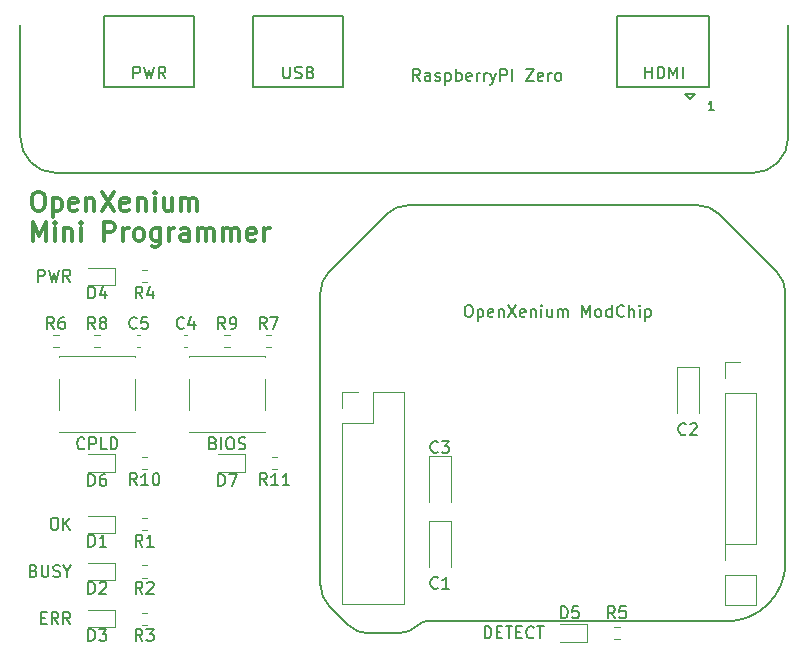
<source format=gto>
%TF.GenerationSoftware,KiCad,Pcbnew,(6.0.2)*%
%TF.CreationDate,2022-07-07T21:57:38-07:00*%
%TF.ProjectId,RaspberryPIZero-small,52617370-6265-4727-9279-50495a65726f,rev?*%
%TF.SameCoordinates,Original*%
%TF.FileFunction,Legend,Top*%
%TF.FilePolarity,Positive*%
%FSLAX46Y46*%
G04 Gerber Fmt 4.6, Leading zero omitted, Abs format (unit mm)*
G04 Created by KiCad (PCBNEW (6.0.2)) date 2022-07-07 21:57:38*
%MOMM*%
%LPD*%
G01*
G04 APERTURE LIST*
%ADD10C,0.200000*%
%ADD11C,0.150000*%
%ADD12C,0.300000*%
%ADD13C,0.120000*%
G04 APERTURE END LIST*
D10*
X81302302Y-58000000D02*
X104697698Y-58000000D01*
X78015439Y-94246000D02*
X80409283Y-94246000D01*
X79506248Y-58743950D02*
X74644148Y-63606050D01*
X107664148Y-58743950D02*
X112526248Y-63606050D01*
D11*
X63200000Y-48000000D02*
X55600000Y-48000000D01*
X55600000Y-48000000D02*
X55600000Y-42000000D01*
X55600000Y-42000000D02*
X63200000Y-42000000D01*
X63200000Y-42000000D02*
X63200000Y-48000000D01*
D10*
X73900198Y-90141028D02*
G75*
G03*
X74650031Y-91942943I2539324J-280D01*
G01*
X80409283Y-94246000D02*
G75*
G03*
X82184417Y-93522728I-814J2541998D01*
G01*
X83028030Y-93179815D02*
X108261902Y-93221690D01*
D11*
X105200000Y-49000000D02*
X104800000Y-48600000D01*
D10*
X107664148Y-58743949D02*
G75*
G03*
X105868095Y-58000000I-1796052J-1796053D01*
G01*
X113270198Y-65402103D02*
X113270198Y-69747500D01*
X104697698Y-58000000D02*
X105868095Y-58000000D01*
D11*
X106800000Y-48000000D02*
X99000000Y-48000000D01*
X99000000Y-48000000D02*
X99000000Y-42000000D01*
X99000000Y-42000000D02*
X106800000Y-42000000D01*
X106800000Y-42000000D02*
X106800000Y-48000000D01*
D10*
X81302302Y-58000000D02*
G75*
G03*
X79506248Y-58743950I-1J-2540002D01*
G01*
X74650030Y-91942943D02*
X76225270Y-93507915D01*
D11*
X105600000Y-48600000D02*
X105200000Y-49000000D01*
D10*
X74644148Y-63606050D02*
G75*
G03*
X73900199Y-65402103I1796053J-1796052D01*
G01*
D11*
X75800000Y-48000000D02*
X68200000Y-48000000D01*
X68200000Y-48000000D02*
X68200000Y-42000000D01*
X68200000Y-42000000D02*
X75800000Y-42000000D01*
X75800000Y-42000000D02*
X75800000Y-48000000D01*
D10*
X113270198Y-88221696D02*
X113270198Y-72922500D01*
X108261902Y-93221690D02*
G75*
G03*
X113270199Y-88221696I8511J4999779D01*
G01*
X113270197Y-65402103D02*
G75*
G03*
X112526248Y-63606050I-2540002J1D01*
G01*
D11*
X104800000Y-48600000D02*
X105600000Y-48600000D01*
D10*
X76225270Y-93507915D02*
G75*
G03*
X78015440Y-94246001I1790448J1802589D01*
G01*
X83028030Y-93179814D02*
G75*
G03*
X82184417Y-93522728I-1663J-1205064D01*
G01*
X73900198Y-65402103D02*
X73900198Y-90141028D01*
X113270198Y-72922500D02*
X113270198Y-69747500D01*
D11*
X101404761Y-47252380D02*
X101404761Y-46252380D01*
X101404761Y-46728571D02*
X101976190Y-46728571D01*
X101976190Y-47252380D02*
X101976190Y-46252380D01*
X102452380Y-47252380D02*
X102452380Y-46252380D01*
X102690476Y-46252380D01*
X102833333Y-46300000D01*
X102928571Y-46395238D01*
X102976190Y-46490476D01*
X103023809Y-46680952D01*
X103023809Y-46823809D01*
X102976190Y-47014285D01*
X102928571Y-47109523D01*
X102833333Y-47204761D01*
X102690476Y-47252380D01*
X102452380Y-47252380D01*
X103452380Y-47252380D02*
X103452380Y-46252380D01*
X103785714Y-46966666D01*
X104119047Y-46252380D01*
X104119047Y-47252380D01*
X104595238Y-47252380D02*
X104595238Y-46252380D01*
X49616785Y-88928571D02*
X49759642Y-88976190D01*
X49807261Y-89023809D01*
X49854880Y-89119047D01*
X49854880Y-89261904D01*
X49807261Y-89357142D01*
X49759642Y-89404761D01*
X49664404Y-89452380D01*
X49283452Y-89452380D01*
X49283452Y-88452380D01*
X49616785Y-88452380D01*
X49712023Y-88500000D01*
X49759642Y-88547619D01*
X49807261Y-88642857D01*
X49807261Y-88738095D01*
X49759642Y-88833333D01*
X49712023Y-88880952D01*
X49616785Y-88928571D01*
X49283452Y-88928571D01*
X50283452Y-88452380D02*
X50283452Y-89261904D01*
X50331071Y-89357142D01*
X50378690Y-89404761D01*
X50473928Y-89452380D01*
X50664404Y-89452380D01*
X50759642Y-89404761D01*
X50807261Y-89357142D01*
X50854880Y-89261904D01*
X50854880Y-88452380D01*
X51283452Y-89404761D02*
X51426309Y-89452380D01*
X51664404Y-89452380D01*
X51759642Y-89404761D01*
X51807261Y-89357142D01*
X51854880Y-89261904D01*
X51854880Y-89166666D01*
X51807261Y-89071428D01*
X51759642Y-89023809D01*
X51664404Y-88976190D01*
X51473928Y-88928571D01*
X51378690Y-88880952D01*
X51331071Y-88833333D01*
X51283452Y-88738095D01*
X51283452Y-88642857D01*
X51331071Y-88547619D01*
X51378690Y-88500000D01*
X51473928Y-88452380D01*
X51712023Y-88452380D01*
X51854880Y-88500000D01*
X52473928Y-88976190D02*
X52473928Y-89452380D01*
X52140595Y-88452380D02*
X52473928Y-88976190D01*
X52807261Y-88452380D01*
X82333333Y-47452380D02*
X82000000Y-46976190D01*
X81761904Y-47452380D02*
X81761904Y-46452380D01*
X82142857Y-46452380D01*
X82238095Y-46500000D01*
X82285714Y-46547619D01*
X82333333Y-46642857D01*
X82333333Y-46785714D01*
X82285714Y-46880952D01*
X82238095Y-46928571D01*
X82142857Y-46976190D01*
X81761904Y-46976190D01*
X83190476Y-47452380D02*
X83190476Y-46928571D01*
X83142857Y-46833333D01*
X83047619Y-46785714D01*
X82857142Y-46785714D01*
X82761904Y-46833333D01*
X83190476Y-47404761D02*
X83095238Y-47452380D01*
X82857142Y-47452380D01*
X82761904Y-47404761D01*
X82714285Y-47309523D01*
X82714285Y-47214285D01*
X82761904Y-47119047D01*
X82857142Y-47071428D01*
X83095238Y-47071428D01*
X83190476Y-47023809D01*
X83619047Y-47404761D02*
X83714285Y-47452380D01*
X83904761Y-47452380D01*
X84000000Y-47404761D01*
X84047619Y-47309523D01*
X84047619Y-47261904D01*
X84000000Y-47166666D01*
X83904761Y-47119047D01*
X83761904Y-47119047D01*
X83666666Y-47071428D01*
X83619047Y-46976190D01*
X83619047Y-46928571D01*
X83666666Y-46833333D01*
X83761904Y-46785714D01*
X83904761Y-46785714D01*
X84000000Y-46833333D01*
X84476190Y-46785714D02*
X84476190Y-47785714D01*
X84476190Y-46833333D02*
X84571428Y-46785714D01*
X84761904Y-46785714D01*
X84857142Y-46833333D01*
X84904761Y-46880952D01*
X84952380Y-46976190D01*
X84952380Y-47261904D01*
X84904761Y-47357142D01*
X84857142Y-47404761D01*
X84761904Y-47452380D01*
X84571428Y-47452380D01*
X84476190Y-47404761D01*
X85380952Y-47452380D02*
X85380952Y-46452380D01*
X85380952Y-46833333D02*
X85476190Y-46785714D01*
X85666666Y-46785714D01*
X85761904Y-46833333D01*
X85809523Y-46880952D01*
X85857142Y-46976190D01*
X85857142Y-47261904D01*
X85809523Y-47357142D01*
X85761904Y-47404761D01*
X85666666Y-47452380D01*
X85476190Y-47452380D01*
X85380952Y-47404761D01*
X86666666Y-47404761D02*
X86571428Y-47452380D01*
X86380952Y-47452380D01*
X86285714Y-47404761D01*
X86238095Y-47309523D01*
X86238095Y-46928571D01*
X86285714Y-46833333D01*
X86380952Y-46785714D01*
X86571428Y-46785714D01*
X86666666Y-46833333D01*
X86714285Y-46928571D01*
X86714285Y-47023809D01*
X86238095Y-47119047D01*
X87142857Y-47452380D02*
X87142857Y-46785714D01*
X87142857Y-46976190D02*
X87190476Y-46880952D01*
X87238095Y-46833333D01*
X87333333Y-46785714D01*
X87428571Y-46785714D01*
X87761904Y-47452380D02*
X87761904Y-46785714D01*
X87761904Y-46976190D02*
X87809523Y-46880952D01*
X87857142Y-46833333D01*
X87952380Y-46785714D01*
X88047619Y-46785714D01*
X88285714Y-46785714D02*
X88523809Y-47452380D01*
X88761904Y-46785714D02*
X88523809Y-47452380D01*
X88428571Y-47690476D01*
X88380952Y-47738095D01*
X88285714Y-47785714D01*
X89142857Y-47452380D02*
X89142857Y-46452380D01*
X89523809Y-46452380D01*
X89619047Y-46500000D01*
X89666666Y-46547619D01*
X89714285Y-46642857D01*
X89714285Y-46785714D01*
X89666666Y-46880952D01*
X89619047Y-46928571D01*
X89523809Y-46976190D01*
X89142857Y-46976190D01*
X90142857Y-47452380D02*
X90142857Y-46452380D01*
X91285714Y-46452380D02*
X91952380Y-46452380D01*
X91285714Y-47452380D01*
X91952380Y-47452380D01*
X92714285Y-47404761D02*
X92619047Y-47452380D01*
X92428571Y-47452380D01*
X92333333Y-47404761D01*
X92285714Y-47309523D01*
X92285714Y-46928571D01*
X92333333Y-46833333D01*
X92428571Y-46785714D01*
X92619047Y-46785714D01*
X92714285Y-46833333D01*
X92761904Y-46928571D01*
X92761904Y-47023809D01*
X92285714Y-47119047D01*
X93190476Y-47452380D02*
X93190476Y-46785714D01*
X93190476Y-46976190D02*
X93238095Y-46880952D01*
X93285714Y-46833333D01*
X93380952Y-46785714D01*
X93476190Y-46785714D01*
X93952380Y-47452380D02*
X93857142Y-47404761D01*
X93809523Y-47357142D01*
X93761904Y-47261904D01*
X93761904Y-46976190D01*
X93809523Y-46880952D01*
X93857142Y-46833333D01*
X93952380Y-46785714D01*
X94095238Y-46785714D01*
X94190476Y-46833333D01*
X94238095Y-46880952D01*
X94285714Y-46976190D01*
X94285714Y-47261904D01*
X94238095Y-47357142D01*
X94190476Y-47404761D01*
X94095238Y-47452380D01*
X93952380Y-47452380D01*
D12*
X49880714Y-56835809D02*
X50185476Y-56835809D01*
X50337857Y-56912000D01*
X50490238Y-57064380D01*
X50566428Y-57369142D01*
X50566428Y-57902476D01*
X50490238Y-58207238D01*
X50337857Y-58359619D01*
X50185476Y-58435809D01*
X49880714Y-58435809D01*
X49728333Y-58359619D01*
X49575952Y-58207238D01*
X49499761Y-57902476D01*
X49499761Y-57369142D01*
X49575952Y-57064380D01*
X49728333Y-56912000D01*
X49880714Y-56835809D01*
X51252142Y-57369142D02*
X51252142Y-58969142D01*
X51252142Y-57445333D02*
X51404523Y-57369142D01*
X51709285Y-57369142D01*
X51861666Y-57445333D01*
X51937857Y-57521523D01*
X52014047Y-57673904D01*
X52014047Y-58131047D01*
X51937857Y-58283428D01*
X51861666Y-58359619D01*
X51709285Y-58435809D01*
X51404523Y-58435809D01*
X51252142Y-58359619D01*
X53309285Y-58359619D02*
X53156904Y-58435809D01*
X52852142Y-58435809D01*
X52699761Y-58359619D01*
X52623571Y-58207238D01*
X52623571Y-57597714D01*
X52699761Y-57445333D01*
X52852142Y-57369142D01*
X53156904Y-57369142D01*
X53309285Y-57445333D01*
X53385476Y-57597714D01*
X53385476Y-57750095D01*
X52623571Y-57902476D01*
X54071190Y-57369142D02*
X54071190Y-58435809D01*
X54071190Y-57521523D02*
X54147380Y-57445333D01*
X54299761Y-57369142D01*
X54528333Y-57369142D01*
X54680714Y-57445333D01*
X54756904Y-57597714D01*
X54756904Y-58435809D01*
X55366428Y-56835809D02*
X56433095Y-58435809D01*
X56433095Y-56835809D02*
X55366428Y-58435809D01*
X57652142Y-58359619D02*
X57499761Y-58435809D01*
X57195000Y-58435809D01*
X57042619Y-58359619D01*
X56966428Y-58207238D01*
X56966428Y-57597714D01*
X57042619Y-57445333D01*
X57195000Y-57369142D01*
X57499761Y-57369142D01*
X57652142Y-57445333D01*
X57728333Y-57597714D01*
X57728333Y-57750095D01*
X56966428Y-57902476D01*
X58414047Y-57369142D02*
X58414047Y-58435809D01*
X58414047Y-57521523D02*
X58490238Y-57445333D01*
X58642619Y-57369142D01*
X58871190Y-57369142D01*
X59023571Y-57445333D01*
X59099761Y-57597714D01*
X59099761Y-58435809D01*
X59861666Y-58435809D02*
X59861666Y-57369142D01*
X59861666Y-56835809D02*
X59785476Y-56912000D01*
X59861666Y-56988190D01*
X59937857Y-56912000D01*
X59861666Y-56835809D01*
X59861666Y-56988190D01*
X61309285Y-57369142D02*
X61309285Y-58435809D01*
X60623571Y-57369142D02*
X60623571Y-58207238D01*
X60699761Y-58359619D01*
X60852142Y-58435809D01*
X61080714Y-58435809D01*
X61233095Y-58359619D01*
X61309285Y-58283428D01*
X62071190Y-58435809D02*
X62071190Y-57369142D01*
X62071190Y-57521523D02*
X62147380Y-57445333D01*
X62299761Y-57369142D01*
X62528333Y-57369142D01*
X62680714Y-57445333D01*
X62756904Y-57597714D01*
X62756904Y-58435809D01*
X62756904Y-57597714D02*
X62833095Y-57445333D01*
X62985476Y-57369142D01*
X63214047Y-57369142D01*
X63366428Y-57445333D01*
X63442619Y-57597714D01*
X63442619Y-58435809D01*
X49575952Y-61011809D02*
X49575952Y-59411809D01*
X50109285Y-60554666D01*
X50642619Y-59411809D01*
X50642619Y-61011809D01*
X51404523Y-61011809D02*
X51404523Y-59945142D01*
X51404523Y-59411809D02*
X51328333Y-59488000D01*
X51404523Y-59564190D01*
X51480714Y-59488000D01*
X51404523Y-59411809D01*
X51404523Y-59564190D01*
X52166428Y-59945142D02*
X52166428Y-61011809D01*
X52166428Y-60097523D02*
X52242619Y-60021333D01*
X52395000Y-59945142D01*
X52623571Y-59945142D01*
X52775952Y-60021333D01*
X52852142Y-60173714D01*
X52852142Y-61011809D01*
X53614047Y-61011809D02*
X53614047Y-59945142D01*
X53614047Y-59411809D02*
X53537857Y-59488000D01*
X53614047Y-59564190D01*
X53690238Y-59488000D01*
X53614047Y-59411809D01*
X53614047Y-59564190D01*
X55595000Y-61011809D02*
X55595000Y-59411809D01*
X56204523Y-59411809D01*
X56356904Y-59488000D01*
X56433095Y-59564190D01*
X56509285Y-59716571D01*
X56509285Y-59945142D01*
X56433095Y-60097523D01*
X56356904Y-60173714D01*
X56204523Y-60249904D01*
X55595000Y-60249904D01*
X57195000Y-61011809D02*
X57195000Y-59945142D01*
X57195000Y-60249904D02*
X57271190Y-60097523D01*
X57347380Y-60021333D01*
X57499761Y-59945142D01*
X57652142Y-59945142D01*
X58414047Y-61011809D02*
X58261666Y-60935619D01*
X58185476Y-60859428D01*
X58109285Y-60707047D01*
X58109285Y-60249904D01*
X58185476Y-60097523D01*
X58261666Y-60021333D01*
X58414047Y-59945142D01*
X58642619Y-59945142D01*
X58795000Y-60021333D01*
X58871190Y-60097523D01*
X58947380Y-60249904D01*
X58947380Y-60707047D01*
X58871190Y-60859428D01*
X58795000Y-60935619D01*
X58642619Y-61011809D01*
X58414047Y-61011809D01*
X60318809Y-59945142D02*
X60318809Y-61240380D01*
X60242619Y-61392761D01*
X60166428Y-61468952D01*
X60014047Y-61545142D01*
X59785476Y-61545142D01*
X59633095Y-61468952D01*
X60318809Y-60935619D02*
X60166428Y-61011809D01*
X59861666Y-61011809D01*
X59709285Y-60935619D01*
X59633095Y-60859428D01*
X59556904Y-60707047D01*
X59556904Y-60249904D01*
X59633095Y-60097523D01*
X59709285Y-60021333D01*
X59861666Y-59945142D01*
X60166428Y-59945142D01*
X60318809Y-60021333D01*
X61080714Y-61011809D02*
X61080714Y-59945142D01*
X61080714Y-60249904D02*
X61156904Y-60097523D01*
X61233095Y-60021333D01*
X61385476Y-59945142D01*
X61537857Y-59945142D01*
X62756904Y-61011809D02*
X62756904Y-60173714D01*
X62680714Y-60021333D01*
X62528333Y-59945142D01*
X62223571Y-59945142D01*
X62071190Y-60021333D01*
X62756904Y-60935619D02*
X62604523Y-61011809D01*
X62223571Y-61011809D01*
X62071190Y-60935619D01*
X61995000Y-60783238D01*
X61995000Y-60630857D01*
X62071190Y-60478476D01*
X62223571Y-60402285D01*
X62604523Y-60402285D01*
X62756904Y-60326095D01*
X63518809Y-61011809D02*
X63518809Y-59945142D01*
X63518809Y-60097523D02*
X63595000Y-60021333D01*
X63747380Y-59945142D01*
X63975952Y-59945142D01*
X64128333Y-60021333D01*
X64204523Y-60173714D01*
X64204523Y-61011809D01*
X64204523Y-60173714D02*
X64280714Y-60021333D01*
X64433095Y-59945142D01*
X64661666Y-59945142D01*
X64814047Y-60021333D01*
X64890238Y-60173714D01*
X64890238Y-61011809D01*
X65652142Y-61011809D02*
X65652142Y-59945142D01*
X65652142Y-60097523D02*
X65728333Y-60021333D01*
X65880714Y-59945142D01*
X66109285Y-59945142D01*
X66261666Y-60021333D01*
X66337857Y-60173714D01*
X66337857Y-61011809D01*
X66337857Y-60173714D02*
X66414047Y-60021333D01*
X66566428Y-59945142D01*
X66795000Y-59945142D01*
X66947380Y-60021333D01*
X67023571Y-60173714D01*
X67023571Y-61011809D01*
X68395000Y-60935619D02*
X68242619Y-61011809D01*
X67937857Y-61011809D01*
X67785476Y-60935619D01*
X67709285Y-60783238D01*
X67709285Y-60173714D01*
X67785476Y-60021333D01*
X67937857Y-59945142D01*
X68242619Y-59945142D01*
X68395000Y-60021333D01*
X68471190Y-60173714D01*
X68471190Y-60326095D01*
X67709285Y-60478476D01*
X69156904Y-61011809D02*
X69156904Y-59945142D01*
X69156904Y-60249904D02*
X69233095Y-60097523D01*
X69309285Y-60021333D01*
X69461666Y-59945142D01*
X69614047Y-59945142D01*
D11*
X58066666Y-47252380D02*
X58066666Y-46252380D01*
X58447619Y-46252380D01*
X58542857Y-46300000D01*
X58590476Y-46347619D01*
X58638095Y-46442857D01*
X58638095Y-46585714D01*
X58590476Y-46680952D01*
X58542857Y-46728571D01*
X58447619Y-46776190D01*
X58066666Y-46776190D01*
X58971428Y-46252380D02*
X59209523Y-47252380D01*
X59400000Y-46538095D01*
X59590476Y-47252380D01*
X59828571Y-46252380D01*
X60780952Y-47252380D02*
X60447619Y-46776190D01*
X60209523Y-47252380D02*
X60209523Y-46252380D01*
X60590476Y-46252380D01*
X60685714Y-46300000D01*
X60733333Y-46347619D01*
X60780952Y-46442857D01*
X60780952Y-46585714D01*
X60733333Y-46680952D01*
X60685714Y-46728571D01*
X60590476Y-46776190D01*
X60209523Y-46776190D01*
X49997738Y-64452380D02*
X49997738Y-63452380D01*
X50378690Y-63452380D01*
X50473928Y-63500000D01*
X50521547Y-63547619D01*
X50569166Y-63642857D01*
X50569166Y-63785714D01*
X50521547Y-63880952D01*
X50473928Y-63928571D01*
X50378690Y-63976190D01*
X49997738Y-63976190D01*
X50902500Y-63452380D02*
X51140595Y-64452380D01*
X51331071Y-63738095D01*
X51521547Y-64452380D01*
X51759642Y-63452380D01*
X52712023Y-64452380D02*
X52378690Y-63976190D01*
X52140595Y-64452380D02*
X52140595Y-63452380D01*
X52521547Y-63452380D01*
X52616785Y-63500000D01*
X52664404Y-63547619D01*
X52712023Y-63642857D01*
X52712023Y-63785714D01*
X52664404Y-63880952D01*
X52616785Y-63928571D01*
X52521547Y-63976190D01*
X52140595Y-63976190D01*
X70738095Y-46252380D02*
X70738095Y-47061904D01*
X70785714Y-47157142D01*
X70833333Y-47204761D01*
X70928571Y-47252380D01*
X71119047Y-47252380D01*
X71214285Y-47204761D01*
X71261904Y-47157142D01*
X71309523Y-47061904D01*
X71309523Y-46252380D01*
X71738095Y-47204761D02*
X71880952Y-47252380D01*
X72119047Y-47252380D01*
X72214285Y-47204761D01*
X72261904Y-47157142D01*
X72309523Y-47061904D01*
X72309523Y-46966666D01*
X72261904Y-46871428D01*
X72214285Y-46823809D01*
X72119047Y-46776190D01*
X71928571Y-46728571D01*
X71833333Y-46680952D01*
X71785714Y-46633333D01*
X71738095Y-46538095D01*
X71738095Y-46442857D01*
X71785714Y-46347619D01*
X71833333Y-46300000D01*
X71928571Y-46252380D01*
X72166666Y-46252380D01*
X72309523Y-46300000D01*
X73071428Y-46728571D02*
X73214285Y-46776190D01*
X73261904Y-46823809D01*
X73309523Y-46919047D01*
X73309523Y-47061904D01*
X73261904Y-47157142D01*
X73214285Y-47204761D01*
X73119047Y-47252380D01*
X72738095Y-47252380D01*
X72738095Y-46252380D01*
X73071428Y-46252380D01*
X73166666Y-46300000D01*
X73214285Y-46347619D01*
X73261904Y-46442857D01*
X73261904Y-46538095D01*
X73214285Y-46633333D01*
X73166666Y-46680952D01*
X73071428Y-46728571D01*
X72738095Y-46728571D01*
X51283452Y-84452380D02*
X51473928Y-84452380D01*
X51569166Y-84500000D01*
X51664404Y-84595238D01*
X51712023Y-84785714D01*
X51712023Y-85119047D01*
X51664404Y-85309523D01*
X51569166Y-85404761D01*
X51473928Y-85452380D01*
X51283452Y-85452380D01*
X51188214Y-85404761D01*
X51092976Y-85309523D01*
X51045357Y-85119047D01*
X51045357Y-84785714D01*
X51092976Y-84595238D01*
X51188214Y-84500000D01*
X51283452Y-84452380D01*
X52140595Y-85452380D02*
X52140595Y-84452380D01*
X52712023Y-85452380D02*
X52283452Y-84880952D01*
X52712023Y-84452380D02*
X52140595Y-85023809D01*
X50235833Y-92928571D02*
X50569166Y-92928571D01*
X50712023Y-93452380D02*
X50235833Y-93452380D01*
X50235833Y-92452380D01*
X50712023Y-92452380D01*
X51712023Y-93452380D02*
X51378690Y-92976190D01*
X51140595Y-93452380D02*
X51140595Y-92452380D01*
X51521547Y-92452380D01*
X51616785Y-92500000D01*
X51664404Y-92547619D01*
X51712023Y-92642857D01*
X51712023Y-92785714D01*
X51664404Y-92880952D01*
X51616785Y-92928571D01*
X51521547Y-92976190D01*
X51140595Y-92976190D01*
X52712023Y-93452380D02*
X52378690Y-92976190D01*
X52140595Y-93452380D02*
X52140595Y-92452380D01*
X52521547Y-92452380D01*
X52616785Y-92500000D01*
X52664404Y-92547619D01*
X52712023Y-92642857D01*
X52712023Y-92785714D01*
X52664404Y-92880952D01*
X52616785Y-92928571D01*
X52521547Y-92976190D01*
X52140595Y-92976190D01*
X86357142Y-66452380D02*
X86547619Y-66452380D01*
X86642857Y-66500000D01*
X86738095Y-66595238D01*
X86785714Y-66785714D01*
X86785714Y-67119047D01*
X86738095Y-67309523D01*
X86642857Y-67404761D01*
X86547619Y-67452380D01*
X86357142Y-67452380D01*
X86261904Y-67404761D01*
X86166666Y-67309523D01*
X86119047Y-67119047D01*
X86119047Y-66785714D01*
X86166666Y-66595238D01*
X86261904Y-66500000D01*
X86357142Y-66452380D01*
X87214285Y-66785714D02*
X87214285Y-67785714D01*
X87214285Y-66833333D02*
X87309523Y-66785714D01*
X87500000Y-66785714D01*
X87595238Y-66833333D01*
X87642857Y-66880952D01*
X87690476Y-66976190D01*
X87690476Y-67261904D01*
X87642857Y-67357142D01*
X87595238Y-67404761D01*
X87500000Y-67452380D01*
X87309523Y-67452380D01*
X87214285Y-67404761D01*
X88500000Y-67404761D02*
X88404761Y-67452380D01*
X88214285Y-67452380D01*
X88119047Y-67404761D01*
X88071428Y-67309523D01*
X88071428Y-66928571D01*
X88119047Y-66833333D01*
X88214285Y-66785714D01*
X88404761Y-66785714D01*
X88500000Y-66833333D01*
X88547619Y-66928571D01*
X88547619Y-67023809D01*
X88071428Y-67119047D01*
X88976190Y-66785714D02*
X88976190Y-67452380D01*
X88976190Y-66880952D02*
X89023809Y-66833333D01*
X89119047Y-66785714D01*
X89261904Y-66785714D01*
X89357142Y-66833333D01*
X89404761Y-66928571D01*
X89404761Y-67452380D01*
X89785714Y-66452380D02*
X90452380Y-67452380D01*
X90452380Y-66452380D02*
X89785714Y-67452380D01*
X91214285Y-67404761D02*
X91119047Y-67452380D01*
X90928571Y-67452380D01*
X90833333Y-67404761D01*
X90785714Y-67309523D01*
X90785714Y-66928571D01*
X90833333Y-66833333D01*
X90928571Y-66785714D01*
X91119047Y-66785714D01*
X91214285Y-66833333D01*
X91261904Y-66928571D01*
X91261904Y-67023809D01*
X90785714Y-67119047D01*
X91690476Y-66785714D02*
X91690476Y-67452380D01*
X91690476Y-66880952D02*
X91738095Y-66833333D01*
X91833333Y-66785714D01*
X91976190Y-66785714D01*
X92071428Y-66833333D01*
X92119047Y-66928571D01*
X92119047Y-67452380D01*
X92595238Y-67452380D02*
X92595238Y-66785714D01*
X92595238Y-66452380D02*
X92547619Y-66500000D01*
X92595238Y-66547619D01*
X92642857Y-66500000D01*
X92595238Y-66452380D01*
X92595238Y-66547619D01*
X93500000Y-66785714D02*
X93500000Y-67452380D01*
X93071428Y-66785714D02*
X93071428Y-67309523D01*
X93119047Y-67404761D01*
X93214285Y-67452380D01*
X93357142Y-67452380D01*
X93452380Y-67404761D01*
X93500000Y-67357142D01*
X93976190Y-67452380D02*
X93976190Y-66785714D01*
X93976190Y-66880952D02*
X94023809Y-66833333D01*
X94119047Y-66785714D01*
X94261904Y-66785714D01*
X94357142Y-66833333D01*
X94404761Y-66928571D01*
X94404761Y-67452380D01*
X94404761Y-66928571D02*
X94452380Y-66833333D01*
X94547619Y-66785714D01*
X94690476Y-66785714D01*
X94785714Y-66833333D01*
X94833333Y-66928571D01*
X94833333Y-67452380D01*
X96071428Y-67452380D02*
X96071428Y-66452380D01*
X96404761Y-67166666D01*
X96738095Y-66452380D01*
X96738095Y-67452380D01*
X97357142Y-67452380D02*
X97261904Y-67404761D01*
X97214285Y-67357142D01*
X97166666Y-67261904D01*
X97166666Y-66976190D01*
X97214285Y-66880952D01*
X97261904Y-66833333D01*
X97357142Y-66785714D01*
X97500000Y-66785714D01*
X97595238Y-66833333D01*
X97642857Y-66880952D01*
X97690476Y-66976190D01*
X97690476Y-67261904D01*
X97642857Y-67357142D01*
X97595238Y-67404761D01*
X97500000Y-67452380D01*
X97357142Y-67452380D01*
X98547619Y-67452380D02*
X98547619Y-66452380D01*
X98547619Y-67404761D02*
X98452380Y-67452380D01*
X98261904Y-67452380D01*
X98166666Y-67404761D01*
X98119047Y-67357142D01*
X98071428Y-67261904D01*
X98071428Y-66976190D01*
X98119047Y-66880952D01*
X98166666Y-66833333D01*
X98261904Y-66785714D01*
X98452380Y-66785714D01*
X98547619Y-66833333D01*
X99595238Y-67357142D02*
X99547619Y-67404761D01*
X99404761Y-67452380D01*
X99309523Y-67452380D01*
X99166666Y-67404761D01*
X99071428Y-67309523D01*
X99023809Y-67214285D01*
X98976190Y-67023809D01*
X98976190Y-66880952D01*
X99023809Y-66690476D01*
X99071428Y-66595238D01*
X99166666Y-66500000D01*
X99309523Y-66452380D01*
X99404761Y-66452380D01*
X99547619Y-66500000D01*
X99595238Y-66547619D01*
X100023809Y-67452380D02*
X100023809Y-66452380D01*
X100452380Y-67452380D02*
X100452380Y-66928571D01*
X100404761Y-66833333D01*
X100309523Y-66785714D01*
X100166666Y-66785714D01*
X100071428Y-66833333D01*
X100023809Y-66880952D01*
X100928571Y-67452380D02*
X100928571Y-66785714D01*
X100928571Y-66452380D02*
X100880952Y-66500000D01*
X100928571Y-66547619D01*
X100976190Y-66500000D01*
X100928571Y-66452380D01*
X100928571Y-66547619D01*
X101404761Y-66785714D02*
X101404761Y-67785714D01*
X101404761Y-66833333D02*
X101500000Y-66785714D01*
X101690476Y-66785714D01*
X101785714Y-66833333D01*
X101833333Y-66880952D01*
X101880952Y-66976190D01*
X101880952Y-67261904D01*
X101833333Y-67357142D01*
X101785714Y-67404761D01*
X101690476Y-67452380D01*
X101500000Y-67452380D01*
X101404761Y-67404761D01*
X87807261Y-94652380D02*
X87807261Y-93652380D01*
X88045357Y-93652380D01*
X88188214Y-93700000D01*
X88283452Y-93795238D01*
X88331071Y-93890476D01*
X88378690Y-94080952D01*
X88378690Y-94223809D01*
X88331071Y-94414285D01*
X88283452Y-94509523D01*
X88188214Y-94604761D01*
X88045357Y-94652380D01*
X87807261Y-94652380D01*
X88807261Y-94128571D02*
X89140595Y-94128571D01*
X89283452Y-94652380D02*
X88807261Y-94652380D01*
X88807261Y-93652380D01*
X89283452Y-93652380D01*
X89569166Y-93652380D02*
X90140595Y-93652380D01*
X89854880Y-94652380D02*
X89854880Y-93652380D01*
X90473928Y-94128571D02*
X90807261Y-94128571D01*
X90950119Y-94652380D02*
X90473928Y-94652380D01*
X90473928Y-93652380D01*
X90950119Y-93652380D01*
X91950119Y-94557142D02*
X91902500Y-94604761D01*
X91759642Y-94652380D01*
X91664404Y-94652380D01*
X91521547Y-94604761D01*
X91426309Y-94509523D01*
X91378690Y-94414285D01*
X91331071Y-94223809D01*
X91331071Y-94080952D01*
X91378690Y-93890476D01*
X91426309Y-93795238D01*
X91521547Y-93700000D01*
X91664404Y-93652380D01*
X91759642Y-93652380D01*
X91902500Y-93700000D01*
X91950119Y-93747619D01*
X92235833Y-93652380D02*
X92807261Y-93652380D01*
X92521547Y-94652380D02*
X92521547Y-93652380D01*
%TO.C,SW2*%
X64833333Y-78128571D02*
X64976190Y-78176190D01*
X65023809Y-78223809D01*
X65071428Y-78319047D01*
X65071428Y-78461904D01*
X65023809Y-78557142D01*
X64976190Y-78604761D01*
X64880952Y-78652380D01*
X64500000Y-78652380D01*
X64500000Y-77652380D01*
X64833333Y-77652380D01*
X64928571Y-77700000D01*
X64976190Y-77747619D01*
X65023809Y-77842857D01*
X65023809Y-77938095D01*
X64976190Y-78033333D01*
X64928571Y-78080952D01*
X64833333Y-78128571D01*
X64500000Y-78128571D01*
X65500000Y-78652380D02*
X65500000Y-77652380D01*
X66166666Y-77652380D02*
X66357142Y-77652380D01*
X66452380Y-77700000D01*
X66547619Y-77795238D01*
X66595238Y-77985714D01*
X66595238Y-78319047D01*
X66547619Y-78509523D01*
X66452380Y-78604761D01*
X66357142Y-78652380D01*
X66166666Y-78652380D01*
X66071428Y-78604761D01*
X65976190Y-78509523D01*
X65928571Y-78319047D01*
X65928571Y-77985714D01*
X65976190Y-77795238D01*
X66071428Y-77700000D01*
X66166666Y-77652380D01*
X66976190Y-78604761D02*
X67119047Y-78652380D01*
X67357142Y-78652380D01*
X67452380Y-78604761D01*
X67500000Y-78557142D01*
X67547619Y-78461904D01*
X67547619Y-78366666D01*
X67500000Y-78271428D01*
X67452380Y-78223809D01*
X67357142Y-78176190D01*
X67166666Y-78128571D01*
X67071428Y-78080952D01*
X67023809Y-78033333D01*
X66976190Y-77938095D01*
X66976190Y-77842857D01*
X67023809Y-77747619D01*
X67071428Y-77700000D01*
X67166666Y-77652380D01*
X67404761Y-77652380D01*
X67547619Y-77700000D01*
%TO.C,D6*%
X54261904Y-81752380D02*
X54261904Y-80752380D01*
X54500000Y-80752380D01*
X54642857Y-80800000D01*
X54738095Y-80895238D01*
X54785714Y-80990476D01*
X54833333Y-81180952D01*
X54833333Y-81323809D01*
X54785714Y-81514285D01*
X54738095Y-81609523D01*
X54642857Y-81704761D01*
X54500000Y-81752380D01*
X54261904Y-81752380D01*
X55690476Y-80752380D02*
X55500000Y-80752380D01*
X55404761Y-80800000D01*
X55357142Y-80847619D01*
X55261904Y-80990476D01*
X55214285Y-81180952D01*
X55214285Y-81561904D01*
X55261904Y-81657142D01*
X55309523Y-81704761D01*
X55404761Y-81752380D01*
X55595238Y-81752380D01*
X55690476Y-81704761D01*
X55738095Y-81657142D01*
X55785714Y-81561904D01*
X55785714Y-81323809D01*
X55738095Y-81228571D01*
X55690476Y-81180952D01*
X55595238Y-81133333D01*
X55404761Y-81133333D01*
X55309523Y-81180952D01*
X55261904Y-81228571D01*
X55214285Y-81323809D01*
%TO.C,SW1*%
X53904761Y-78557142D02*
X53857142Y-78604761D01*
X53714285Y-78652380D01*
X53619047Y-78652380D01*
X53476190Y-78604761D01*
X53380952Y-78509523D01*
X53333333Y-78414285D01*
X53285714Y-78223809D01*
X53285714Y-78080952D01*
X53333333Y-77890476D01*
X53380952Y-77795238D01*
X53476190Y-77700000D01*
X53619047Y-77652380D01*
X53714285Y-77652380D01*
X53857142Y-77700000D01*
X53904761Y-77747619D01*
X54333333Y-78652380D02*
X54333333Y-77652380D01*
X54714285Y-77652380D01*
X54809523Y-77700000D01*
X54857142Y-77747619D01*
X54904761Y-77842857D01*
X54904761Y-77985714D01*
X54857142Y-78080952D01*
X54809523Y-78128571D01*
X54714285Y-78176190D01*
X54333333Y-78176190D01*
X55809523Y-78652380D02*
X55333333Y-78652380D01*
X55333333Y-77652380D01*
X56142857Y-78652380D02*
X56142857Y-77652380D01*
X56380952Y-77652380D01*
X56523809Y-77700000D01*
X56619047Y-77795238D01*
X56666666Y-77890476D01*
X56714285Y-78080952D01*
X56714285Y-78223809D01*
X56666666Y-78414285D01*
X56619047Y-78509523D01*
X56523809Y-78604761D01*
X56380952Y-78652380D01*
X56142857Y-78652380D01*
%TO.C,D7*%
X65261904Y-81752380D02*
X65261904Y-80752380D01*
X65500000Y-80752380D01*
X65642857Y-80800000D01*
X65738095Y-80895238D01*
X65785714Y-80990476D01*
X65833333Y-81180952D01*
X65833333Y-81323809D01*
X65785714Y-81514285D01*
X65738095Y-81609523D01*
X65642857Y-81704761D01*
X65500000Y-81752380D01*
X65261904Y-81752380D01*
X66166666Y-80752380D02*
X66833333Y-80752380D01*
X66404761Y-81752380D01*
%TO.C,C5*%
X58333333Y-68357142D02*
X58285714Y-68404761D01*
X58142857Y-68452380D01*
X58047619Y-68452380D01*
X57904761Y-68404761D01*
X57809523Y-68309523D01*
X57761904Y-68214285D01*
X57714285Y-68023809D01*
X57714285Y-67880952D01*
X57761904Y-67690476D01*
X57809523Y-67595238D01*
X57904761Y-67500000D01*
X58047619Y-67452380D01*
X58142857Y-67452380D01*
X58285714Y-67500000D01*
X58333333Y-67547619D01*
X59238095Y-67452380D02*
X58761904Y-67452380D01*
X58714285Y-67928571D01*
X58761904Y-67880952D01*
X58857142Y-67833333D01*
X59095238Y-67833333D01*
X59190476Y-67880952D01*
X59238095Y-67928571D01*
X59285714Y-68023809D01*
X59285714Y-68261904D01*
X59238095Y-68357142D01*
X59190476Y-68404761D01*
X59095238Y-68452380D01*
X58857142Y-68452380D01*
X58761904Y-68404761D01*
X58714285Y-68357142D01*
%TO.C,D1*%
X54261904Y-86882380D02*
X54261904Y-85882380D01*
X54500000Y-85882380D01*
X54642857Y-85930000D01*
X54738095Y-86025238D01*
X54785714Y-86120476D01*
X54833333Y-86310952D01*
X54833333Y-86453809D01*
X54785714Y-86644285D01*
X54738095Y-86739523D01*
X54642857Y-86834761D01*
X54500000Y-86882380D01*
X54261904Y-86882380D01*
X55785714Y-86882380D02*
X55214285Y-86882380D01*
X55500000Y-86882380D02*
X55500000Y-85882380D01*
X55404761Y-86025238D01*
X55309523Y-86120476D01*
X55214285Y-86168095D01*
%TO.C,RPI_ZERO1*%
X107228571Y-49961904D02*
X106771428Y-49961904D01*
X107000000Y-49961904D02*
X107000000Y-49161904D01*
X106923809Y-49276190D01*
X106847619Y-49352380D01*
X106771428Y-49390476D01*
%TO.C,R2*%
X58833333Y-90882380D02*
X58500000Y-90406190D01*
X58261904Y-90882380D02*
X58261904Y-89882380D01*
X58642857Y-89882380D01*
X58738095Y-89930000D01*
X58785714Y-89977619D01*
X58833333Y-90072857D01*
X58833333Y-90215714D01*
X58785714Y-90310952D01*
X58738095Y-90358571D01*
X58642857Y-90406190D01*
X58261904Y-90406190D01*
X59214285Y-89977619D02*
X59261904Y-89930000D01*
X59357142Y-89882380D01*
X59595238Y-89882380D01*
X59690476Y-89930000D01*
X59738095Y-89977619D01*
X59785714Y-90072857D01*
X59785714Y-90168095D01*
X59738095Y-90310952D01*
X59166666Y-90882380D01*
X59785714Y-90882380D01*
%TO.C,D3*%
X54261904Y-94882380D02*
X54261904Y-93882380D01*
X54500000Y-93882380D01*
X54642857Y-93930000D01*
X54738095Y-94025238D01*
X54785714Y-94120476D01*
X54833333Y-94310952D01*
X54833333Y-94453809D01*
X54785714Y-94644285D01*
X54738095Y-94739523D01*
X54642857Y-94834761D01*
X54500000Y-94882380D01*
X54261904Y-94882380D01*
X55166666Y-93882380D02*
X55785714Y-93882380D01*
X55452380Y-94263333D01*
X55595238Y-94263333D01*
X55690476Y-94310952D01*
X55738095Y-94358571D01*
X55785714Y-94453809D01*
X55785714Y-94691904D01*
X55738095Y-94787142D01*
X55690476Y-94834761D01*
X55595238Y-94882380D01*
X55309523Y-94882380D01*
X55214285Y-94834761D01*
X55166666Y-94787142D01*
%TO.C,C2*%
X104833333Y-77357142D02*
X104785714Y-77404761D01*
X104642857Y-77452380D01*
X104547619Y-77452380D01*
X104404761Y-77404761D01*
X104309523Y-77309523D01*
X104261904Y-77214285D01*
X104214285Y-77023809D01*
X104214285Y-76880952D01*
X104261904Y-76690476D01*
X104309523Y-76595238D01*
X104404761Y-76500000D01*
X104547619Y-76452380D01*
X104642857Y-76452380D01*
X104785714Y-76500000D01*
X104833333Y-76547619D01*
X105214285Y-76547619D02*
X105261904Y-76500000D01*
X105357142Y-76452380D01*
X105595238Y-76452380D01*
X105690476Y-76500000D01*
X105738095Y-76547619D01*
X105785714Y-76642857D01*
X105785714Y-76738095D01*
X105738095Y-76880952D01*
X105166666Y-77452380D01*
X105785714Y-77452380D01*
%TO.C,R11*%
X69357142Y-81682380D02*
X69023809Y-81206190D01*
X68785714Y-81682380D02*
X68785714Y-80682380D01*
X69166666Y-80682380D01*
X69261904Y-80730000D01*
X69309523Y-80777619D01*
X69357142Y-80872857D01*
X69357142Y-81015714D01*
X69309523Y-81110952D01*
X69261904Y-81158571D01*
X69166666Y-81206190D01*
X68785714Y-81206190D01*
X70309523Y-81682380D02*
X69738095Y-81682380D01*
X70023809Y-81682380D02*
X70023809Y-80682380D01*
X69928571Y-80825238D01*
X69833333Y-80920476D01*
X69738095Y-80968095D01*
X71261904Y-81682380D02*
X70690476Y-81682380D01*
X70976190Y-81682380D02*
X70976190Y-80682380D01*
X70880952Y-80825238D01*
X70785714Y-80920476D01*
X70690476Y-80968095D01*
%TO.C,C4*%
X62333333Y-68357142D02*
X62285714Y-68404761D01*
X62142857Y-68452380D01*
X62047619Y-68452380D01*
X61904761Y-68404761D01*
X61809523Y-68309523D01*
X61761904Y-68214285D01*
X61714285Y-68023809D01*
X61714285Y-67880952D01*
X61761904Y-67690476D01*
X61809523Y-67595238D01*
X61904761Y-67500000D01*
X62047619Y-67452380D01*
X62142857Y-67452380D01*
X62285714Y-67500000D01*
X62333333Y-67547619D01*
X63190476Y-67785714D02*
X63190476Y-68452380D01*
X62952380Y-67404761D02*
X62714285Y-68119047D01*
X63333333Y-68119047D01*
%TO.C,C3*%
X83833333Y-78857142D02*
X83785714Y-78904761D01*
X83642857Y-78952380D01*
X83547619Y-78952380D01*
X83404761Y-78904761D01*
X83309523Y-78809523D01*
X83261904Y-78714285D01*
X83214285Y-78523809D01*
X83214285Y-78380952D01*
X83261904Y-78190476D01*
X83309523Y-78095238D01*
X83404761Y-78000000D01*
X83547619Y-77952380D01*
X83642857Y-77952380D01*
X83785714Y-78000000D01*
X83833333Y-78047619D01*
X84166666Y-77952380D02*
X84785714Y-77952380D01*
X84452380Y-78333333D01*
X84595238Y-78333333D01*
X84690476Y-78380952D01*
X84738095Y-78428571D01*
X84785714Y-78523809D01*
X84785714Y-78761904D01*
X84738095Y-78857142D01*
X84690476Y-78904761D01*
X84595238Y-78952380D01*
X84309523Y-78952380D01*
X84214285Y-78904761D01*
X84166666Y-78857142D01*
%TO.C,R5*%
X98833333Y-92952380D02*
X98500000Y-92476190D01*
X98261904Y-92952380D02*
X98261904Y-91952380D01*
X98642857Y-91952380D01*
X98738095Y-92000000D01*
X98785714Y-92047619D01*
X98833333Y-92142857D01*
X98833333Y-92285714D01*
X98785714Y-92380952D01*
X98738095Y-92428571D01*
X98642857Y-92476190D01*
X98261904Y-92476190D01*
X99738095Y-91952380D02*
X99261904Y-91952380D01*
X99214285Y-92428571D01*
X99261904Y-92380952D01*
X99357142Y-92333333D01*
X99595238Y-92333333D01*
X99690476Y-92380952D01*
X99738095Y-92428571D01*
X99785714Y-92523809D01*
X99785714Y-92761904D01*
X99738095Y-92857142D01*
X99690476Y-92904761D01*
X99595238Y-92952380D01*
X99357142Y-92952380D01*
X99261904Y-92904761D01*
X99214285Y-92857142D01*
%TO.C,D5*%
X94261904Y-92952380D02*
X94261904Y-91952380D01*
X94500000Y-91952380D01*
X94642857Y-92000000D01*
X94738095Y-92095238D01*
X94785714Y-92190476D01*
X94833333Y-92380952D01*
X94833333Y-92523809D01*
X94785714Y-92714285D01*
X94738095Y-92809523D01*
X94642857Y-92904761D01*
X94500000Y-92952380D01*
X94261904Y-92952380D01*
X95738095Y-91952380D02*
X95261904Y-91952380D01*
X95214285Y-92428571D01*
X95261904Y-92380952D01*
X95357142Y-92333333D01*
X95595238Y-92333333D01*
X95690476Y-92380952D01*
X95738095Y-92428571D01*
X95785714Y-92523809D01*
X95785714Y-92761904D01*
X95738095Y-92857142D01*
X95690476Y-92904761D01*
X95595238Y-92952380D01*
X95357142Y-92952380D01*
X95261904Y-92904761D01*
X95214285Y-92857142D01*
%TO.C,R4*%
X58833333Y-65882380D02*
X58500000Y-65406190D01*
X58261904Y-65882380D02*
X58261904Y-64882380D01*
X58642857Y-64882380D01*
X58738095Y-64930000D01*
X58785714Y-64977619D01*
X58833333Y-65072857D01*
X58833333Y-65215714D01*
X58785714Y-65310952D01*
X58738095Y-65358571D01*
X58642857Y-65406190D01*
X58261904Y-65406190D01*
X59690476Y-65215714D02*
X59690476Y-65882380D01*
X59452380Y-64834761D02*
X59214285Y-65549047D01*
X59833333Y-65549047D01*
%TO.C,R6*%
X51333333Y-68452380D02*
X51000000Y-67976190D01*
X50761904Y-68452380D02*
X50761904Y-67452380D01*
X51142857Y-67452380D01*
X51238095Y-67500000D01*
X51285714Y-67547619D01*
X51333333Y-67642857D01*
X51333333Y-67785714D01*
X51285714Y-67880952D01*
X51238095Y-67928571D01*
X51142857Y-67976190D01*
X50761904Y-67976190D01*
X52190476Y-67452380D02*
X52000000Y-67452380D01*
X51904761Y-67500000D01*
X51857142Y-67547619D01*
X51761904Y-67690476D01*
X51714285Y-67880952D01*
X51714285Y-68261904D01*
X51761904Y-68357142D01*
X51809523Y-68404761D01*
X51904761Y-68452380D01*
X52095238Y-68452380D01*
X52190476Y-68404761D01*
X52238095Y-68357142D01*
X52285714Y-68261904D01*
X52285714Y-68023809D01*
X52238095Y-67928571D01*
X52190476Y-67880952D01*
X52095238Y-67833333D01*
X51904761Y-67833333D01*
X51809523Y-67880952D01*
X51761904Y-67928571D01*
X51714285Y-68023809D01*
%TO.C,R7*%
X69333333Y-68452380D02*
X69000000Y-67976190D01*
X68761904Y-68452380D02*
X68761904Y-67452380D01*
X69142857Y-67452380D01*
X69238095Y-67500000D01*
X69285714Y-67547619D01*
X69333333Y-67642857D01*
X69333333Y-67785714D01*
X69285714Y-67880952D01*
X69238095Y-67928571D01*
X69142857Y-67976190D01*
X68761904Y-67976190D01*
X69666666Y-67452380D02*
X70333333Y-67452380D01*
X69904761Y-68452380D01*
%TO.C,R3*%
X58833333Y-94882380D02*
X58500000Y-94406190D01*
X58261904Y-94882380D02*
X58261904Y-93882380D01*
X58642857Y-93882380D01*
X58738095Y-93930000D01*
X58785714Y-93977619D01*
X58833333Y-94072857D01*
X58833333Y-94215714D01*
X58785714Y-94310952D01*
X58738095Y-94358571D01*
X58642857Y-94406190D01*
X58261904Y-94406190D01*
X59166666Y-93882380D02*
X59785714Y-93882380D01*
X59452380Y-94263333D01*
X59595238Y-94263333D01*
X59690476Y-94310952D01*
X59738095Y-94358571D01*
X59785714Y-94453809D01*
X59785714Y-94691904D01*
X59738095Y-94787142D01*
X59690476Y-94834761D01*
X59595238Y-94882380D01*
X59309523Y-94882380D01*
X59214285Y-94834761D01*
X59166666Y-94787142D01*
%TO.C,R10*%
X58357142Y-81682380D02*
X58023809Y-81206190D01*
X57785714Y-81682380D02*
X57785714Y-80682380D01*
X58166666Y-80682380D01*
X58261904Y-80730000D01*
X58309523Y-80777619D01*
X58357142Y-80872857D01*
X58357142Y-81015714D01*
X58309523Y-81110952D01*
X58261904Y-81158571D01*
X58166666Y-81206190D01*
X57785714Y-81206190D01*
X59309523Y-81682380D02*
X58738095Y-81682380D01*
X59023809Y-81682380D02*
X59023809Y-80682380D01*
X58928571Y-80825238D01*
X58833333Y-80920476D01*
X58738095Y-80968095D01*
X59928571Y-80682380D02*
X60023809Y-80682380D01*
X60119047Y-80730000D01*
X60166666Y-80777619D01*
X60214285Y-80872857D01*
X60261904Y-81063333D01*
X60261904Y-81301428D01*
X60214285Y-81491904D01*
X60166666Y-81587142D01*
X60119047Y-81634761D01*
X60023809Y-81682380D01*
X59928571Y-81682380D01*
X59833333Y-81634761D01*
X59785714Y-81587142D01*
X59738095Y-81491904D01*
X59690476Y-81301428D01*
X59690476Y-81063333D01*
X59738095Y-80872857D01*
X59785714Y-80777619D01*
X59833333Y-80730000D01*
X59928571Y-80682380D01*
%TO.C,D2*%
X54261904Y-90882380D02*
X54261904Y-89882380D01*
X54500000Y-89882380D01*
X54642857Y-89930000D01*
X54738095Y-90025238D01*
X54785714Y-90120476D01*
X54833333Y-90310952D01*
X54833333Y-90453809D01*
X54785714Y-90644285D01*
X54738095Y-90739523D01*
X54642857Y-90834761D01*
X54500000Y-90882380D01*
X54261904Y-90882380D01*
X55214285Y-89977619D02*
X55261904Y-89930000D01*
X55357142Y-89882380D01*
X55595238Y-89882380D01*
X55690476Y-89930000D01*
X55738095Y-89977619D01*
X55785714Y-90072857D01*
X55785714Y-90168095D01*
X55738095Y-90310952D01*
X55166666Y-90882380D01*
X55785714Y-90882380D01*
%TO.C,R8*%
X54833333Y-68452380D02*
X54500000Y-67976190D01*
X54261904Y-68452380D02*
X54261904Y-67452380D01*
X54642857Y-67452380D01*
X54738095Y-67500000D01*
X54785714Y-67547619D01*
X54833333Y-67642857D01*
X54833333Y-67785714D01*
X54785714Y-67880952D01*
X54738095Y-67928571D01*
X54642857Y-67976190D01*
X54261904Y-67976190D01*
X55404761Y-67880952D02*
X55309523Y-67833333D01*
X55261904Y-67785714D01*
X55214285Y-67690476D01*
X55214285Y-67642857D01*
X55261904Y-67547619D01*
X55309523Y-67500000D01*
X55404761Y-67452380D01*
X55595238Y-67452380D01*
X55690476Y-67500000D01*
X55738095Y-67547619D01*
X55785714Y-67642857D01*
X55785714Y-67690476D01*
X55738095Y-67785714D01*
X55690476Y-67833333D01*
X55595238Y-67880952D01*
X55404761Y-67880952D01*
X55309523Y-67928571D01*
X55261904Y-67976190D01*
X55214285Y-68071428D01*
X55214285Y-68261904D01*
X55261904Y-68357142D01*
X55309523Y-68404761D01*
X55404761Y-68452380D01*
X55595238Y-68452380D01*
X55690476Y-68404761D01*
X55738095Y-68357142D01*
X55785714Y-68261904D01*
X55785714Y-68071428D01*
X55738095Y-67976190D01*
X55690476Y-67928571D01*
X55595238Y-67880952D01*
%TO.C,R9*%
X65833333Y-68452380D02*
X65500000Y-67976190D01*
X65261904Y-68452380D02*
X65261904Y-67452380D01*
X65642857Y-67452380D01*
X65738095Y-67500000D01*
X65785714Y-67547619D01*
X65833333Y-67642857D01*
X65833333Y-67785714D01*
X65785714Y-67880952D01*
X65738095Y-67928571D01*
X65642857Y-67976190D01*
X65261904Y-67976190D01*
X66309523Y-68452380D02*
X66500000Y-68452380D01*
X66595238Y-68404761D01*
X66642857Y-68357142D01*
X66738095Y-68214285D01*
X66785714Y-68023809D01*
X66785714Y-67642857D01*
X66738095Y-67547619D01*
X66690476Y-67500000D01*
X66595238Y-67452380D01*
X66404761Y-67452380D01*
X66309523Y-67500000D01*
X66261904Y-67547619D01*
X66214285Y-67642857D01*
X66214285Y-67880952D01*
X66261904Y-67976190D01*
X66309523Y-68023809D01*
X66404761Y-68071428D01*
X66595238Y-68071428D01*
X66690476Y-68023809D01*
X66738095Y-67976190D01*
X66785714Y-67880952D01*
%TO.C,C1*%
X83833333Y-90357142D02*
X83785714Y-90404761D01*
X83642857Y-90452380D01*
X83547619Y-90452380D01*
X83404761Y-90404761D01*
X83309523Y-90309523D01*
X83261904Y-90214285D01*
X83214285Y-90023809D01*
X83214285Y-89880952D01*
X83261904Y-89690476D01*
X83309523Y-89595238D01*
X83404761Y-89500000D01*
X83547619Y-89452380D01*
X83642857Y-89452380D01*
X83785714Y-89500000D01*
X83833333Y-89547619D01*
X84785714Y-90452380D02*
X84214285Y-90452380D01*
X84500000Y-90452380D02*
X84500000Y-89452380D01*
X84404761Y-89595238D01*
X84309523Y-89690476D01*
X84214285Y-89738095D01*
%TO.C,R1*%
X58833333Y-86882380D02*
X58500000Y-86406190D01*
X58261904Y-86882380D02*
X58261904Y-85882380D01*
X58642857Y-85882380D01*
X58738095Y-85930000D01*
X58785714Y-85977619D01*
X58833333Y-86072857D01*
X58833333Y-86215714D01*
X58785714Y-86310952D01*
X58738095Y-86358571D01*
X58642857Y-86406190D01*
X58261904Y-86406190D01*
X59785714Y-86882380D02*
X59214285Y-86882380D01*
X59500000Y-86882380D02*
X59500000Y-85882380D01*
X59404761Y-86025238D01*
X59309523Y-86120476D01*
X59214285Y-86168095D01*
%TO.C,D4*%
X54261904Y-65882380D02*
X54261904Y-64882380D01*
X54500000Y-64882380D01*
X54642857Y-64930000D01*
X54738095Y-65025238D01*
X54785714Y-65120476D01*
X54833333Y-65310952D01*
X54833333Y-65453809D01*
X54785714Y-65644285D01*
X54738095Y-65739523D01*
X54642857Y-65834761D01*
X54500000Y-65882380D01*
X54261904Y-65882380D01*
X55690476Y-65215714D02*
X55690476Y-65882380D01*
X55452380Y-64834761D02*
X55214285Y-65549047D01*
X55833333Y-65549047D01*
D13*
%TO.C,SW2*%
X62770000Y-70770000D02*
X62770000Y-70800000D01*
X69230000Y-77230000D02*
X62770000Y-77230000D01*
X69230000Y-77200000D02*
X69230000Y-77230000D01*
X62770000Y-75300000D02*
X62770000Y-72700000D01*
X69230000Y-70770000D02*
X62770000Y-70770000D01*
X69230000Y-70770000D02*
X69230000Y-70800000D01*
X69230000Y-75300000D02*
X69230000Y-72700000D01*
X62770000Y-77230000D02*
X62770000Y-77200000D01*
%TO.C,D6*%
X56485000Y-80535000D02*
X56485000Y-79065000D01*
X54200000Y-80535000D02*
X56485000Y-80535000D01*
X56485000Y-79065000D02*
X54200000Y-79065000D01*
%TO.C,SW1*%
X51770000Y-75300000D02*
X51770000Y-72700000D01*
X58230000Y-75300000D02*
X58230000Y-72700000D01*
X58230000Y-70770000D02*
X51770000Y-70770000D01*
X58230000Y-77200000D02*
X58230000Y-77230000D01*
X58230000Y-70770000D02*
X58230000Y-70800000D01*
X51770000Y-70770000D02*
X51770000Y-70800000D01*
X58230000Y-77230000D02*
X51770000Y-77230000D01*
X51770000Y-77230000D02*
X51770000Y-77200000D01*
%TO.C,D7*%
X65200000Y-80535000D02*
X67485000Y-80535000D01*
X67485000Y-80535000D02*
X67485000Y-79065000D01*
X67485000Y-79065000D02*
X65200000Y-79065000D01*
%TO.C,C5*%
X58640580Y-68990000D02*
X58359420Y-68990000D01*
X58640580Y-70010000D02*
X58359420Y-70010000D01*
%TO.C,D1*%
X54200000Y-85735000D02*
X56485000Y-85735000D01*
X56485000Y-85735000D02*
X56485000Y-84265000D01*
X56485000Y-84265000D02*
X54200000Y-84265000D01*
D10*
%TO.C,RPI_ZERO1*%
X113500000Y-52250000D02*
X113500000Y-42750000D01*
X48500000Y-42750000D02*
X48500000Y-52250000D01*
X51500000Y-55250000D02*
X110500000Y-55250000D01*
X48500000Y-52250000D02*
G75*
G03*
X51500001Y-55249999I2999999J0D01*
G01*
X110500000Y-55250000D02*
G75*
G03*
X113500001Y-52249999I0J3000001D01*
G01*
D13*
%TO.C,R2*%
X59237258Y-88477500D02*
X58762742Y-88477500D01*
X59237258Y-89522500D02*
X58762742Y-89522500D01*
%TO.C,D3*%
X56485000Y-93735000D02*
X56485000Y-92265000D01*
X56485000Y-92265000D02*
X54200000Y-92265000D01*
X54200000Y-93735000D02*
X56485000Y-93735000D01*
%TO.C,C2*%
X104065000Y-71690000D02*
X104065000Y-75600000D01*
X105935000Y-75600000D02*
X105935000Y-71690000D01*
X105935000Y-71690000D02*
X104065000Y-71690000D01*
%TO.C,R11*%
X70237258Y-79277500D02*
X69762742Y-79277500D01*
X70237258Y-80322500D02*
X69762742Y-80322500D01*
%TO.C,C4*%
X62359420Y-68990000D02*
X62640580Y-68990000D01*
X62359420Y-70010000D02*
X62640580Y-70010000D01*
%TO.C,C3*%
X83065000Y-79190000D02*
X83065000Y-83100000D01*
X84935000Y-83100000D02*
X84935000Y-79190000D01*
X84935000Y-79190000D02*
X83065000Y-79190000D01*
%TO.C,R5*%
X99237258Y-94722500D02*
X98762742Y-94722500D01*
X99237258Y-93677500D02*
X98762742Y-93677500D01*
%TO.C,D5*%
X96485000Y-94935000D02*
X96485000Y-93465000D01*
X94200000Y-94935000D02*
X96485000Y-94935000D01*
X96485000Y-93465000D02*
X94200000Y-93465000D01*
%TO.C,R4*%
X59237258Y-64522500D02*
X58762742Y-64522500D01*
X59237258Y-63477500D02*
X58762742Y-63477500D01*
%TO.C,R6*%
X51737258Y-68977500D02*
X51262742Y-68977500D01*
X51737258Y-70022500D02*
X51262742Y-70022500D01*
%TO.C,R7*%
X69262742Y-68977500D02*
X69737258Y-68977500D01*
X69262742Y-70022500D02*
X69737258Y-70022500D01*
%TO.C,J3*%
X78345198Y-76415000D02*
X78345198Y-73815000D01*
X78345198Y-73815000D02*
X80945198Y-73815000D01*
X80945198Y-73815000D02*
X80945198Y-91715000D01*
X75745198Y-91715000D02*
X80945198Y-91715000D01*
X75745198Y-75145000D02*
X75745198Y-73815000D01*
X75745198Y-76415000D02*
X78345198Y-76415000D01*
X75745198Y-76415000D02*
X75745198Y-91715000D01*
X75745198Y-73815000D02*
X77075198Y-73815000D01*
%TO.C,J1*%
X108130198Y-89272481D02*
X110790198Y-89272481D01*
X110790198Y-89272481D02*
X110790198Y-91872481D01*
X108130198Y-88002481D02*
X108130198Y-86672481D01*
X108130198Y-86672481D02*
X109460198Y-86672481D01*
X108130198Y-89272481D02*
X108130198Y-91872481D01*
X108130198Y-91872481D02*
X110790198Y-91872481D01*
%TO.C,R3*%
X59237258Y-92477500D02*
X58762742Y-92477500D01*
X59237258Y-93522500D02*
X58762742Y-93522500D01*
%TO.C,R10*%
X59237258Y-79277500D02*
X58762742Y-79277500D01*
X59237258Y-80322500D02*
X58762742Y-80322500D01*
%TO.C,D2*%
X56485000Y-88265000D02*
X54200000Y-88265000D01*
X54200000Y-89735000D02*
X56485000Y-89735000D01*
X56485000Y-89735000D02*
X56485000Y-88265000D01*
%TO.C,R8*%
X54762742Y-68977500D02*
X55237258Y-68977500D01*
X54762742Y-70022500D02*
X55237258Y-70022500D01*
%TO.C,R9*%
X66237258Y-70022500D02*
X65762742Y-70022500D01*
X66237258Y-68977500D02*
X65762742Y-68977500D01*
%TO.C,C1*%
X84935000Y-84690000D02*
X83065000Y-84690000D01*
X83065000Y-84690000D02*
X83065000Y-88600000D01*
X84935000Y-88600000D02*
X84935000Y-84690000D01*
%TO.C,J2*%
X110790198Y-73875000D02*
X110790198Y-86635000D01*
X108130198Y-71275000D02*
X109460198Y-71275000D01*
X108130198Y-73875000D02*
X110790198Y-73875000D01*
X108130198Y-72605000D02*
X108130198Y-71275000D01*
X108130198Y-73875000D02*
X108130198Y-86635000D01*
X108130198Y-86635000D02*
X110790198Y-86635000D01*
%TO.C,R1*%
X59237258Y-84477500D02*
X58762742Y-84477500D01*
X59237258Y-85522500D02*
X58762742Y-85522500D01*
%TO.C,D4*%
X56485000Y-63265000D02*
X54200000Y-63265000D01*
X56485000Y-64735000D02*
X56485000Y-63265000D01*
X54200000Y-64735000D02*
X56485000Y-64735000D01*
%TD*%
M02*

</source>
